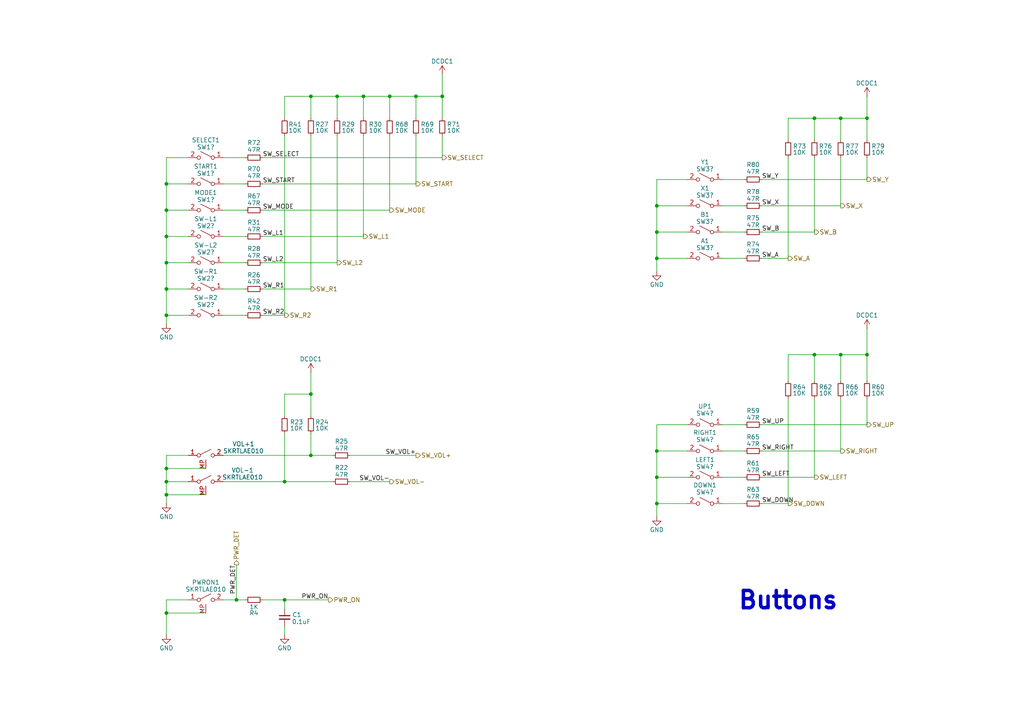
<source format=kicad_sch>
(kicad_sch (version 20231120) (generator "eeschema") (generator_version "8.0")
  (paper "A4")
  (lib_symbols
    (symbol "Device:C_Small" (pin_numbers hide) (pin_names (offset 0.254) hide)
      (property "Reference" "C" (at 0.254 1.778 0))
      (property "Value" "C_Small" (at 0.254 -2.032 0))
      (symbol "C_Small_0_1"
        (polyline (pts (xy -1.524 -0.508) (xy 1.524 -0.508)) (stroke (width 0.3302)))
        (polyline (pts (xy -1.524 0.508) (xy 1.524 0.508)) (stroke (width 0.3048)))
      )
      (symbol "C_Small_1_1"
        (pin passive line (at 0 2.54 270) (length 2.032) (name "~") (number "1"))
        (pin passive line (at 0 -2.54 90) (length 2.032) (name "~") (number "2"))
      )
    )
    (symbol "Device:R_Small" (pin_numbers hide) (pin_names (offset 0.254) hide)
      (property "Reference" "R" (at 0.762 0.508 0))
      (property "Value" "R_Small" (at 0.762 -1.016 0))
      (symbol "R_Small_0_1"
        (rectangle (start -0.762 1.778) (end 0.762 -1.778) (stroke (width 0.2032)))
      )
      (symbol "R_Small_1_1"
        (pin passive line (at 0 2.54 270) (length 0.762) (name "~") (number "1"))
        (pin passive line (at 0 -2.54 90) (length 0.762) (name "~") (number "2"))
      )
    )
    (symbol "MM-Plus-RE:SW_SPST_MP" (pin_names (offset 0) hide)
      (property "Reference" "SW" (at 0 3.175 0))
      (property "Value" "SW_SPST_MP" (at 0 -5.588 0))
      (symbol "SW_SPST_MP_0_0"
        (circle (center -2.032 0) (radius 0.508))
        (polyline (pts (xy -1.524 0.254) (xy 1.524 1.778)))
        (circle (center 2.032 0) (radius 0.508))
      )
      (symbol "SW_SPST_MP_1_1"
        (pin passive line (at -5.08 0 0) (length 2.54) (name "A") (number "1"))
        (pin passive line (at 5.08 0 180) (length 2.54) (name "B") (number "2"))
        (pin passive line (at 0 -3.81 90) (length 2.54) (name "MP") (number "MP"))
      )
    )
    (symbol "Switch:SW_SPST" (pin_names (offset 0) hide)
      (property "Reference" "SW" (at 0 3.175 0))
      (property "Value" "SW_SPST" (at 0 -2.54 0))
      (symbol "SW_SPST_0_0"
        (circle (center -2.032 0) (radius 0.508))
        (polyline (pts (xy -1.524 0.254) (xy 1.524 1.778)))
        (circle (center 2.032 0) (radius 0.508))
      )
      (symbol "SW_SPST_1_1"
        (pin passive line (at -5.08 0 0) (length 2.54) (name "A") (number "1"))
        (pin passive line (at 5.08 0 180) (length 2.54) (name "B") (number "2"))
      )
    )
    (symbol "power:GND" (power) (pin_numbers hide) (pin_names (offset 0) hide)
      (property "Value" "GND" (at 0 -3.81 0))
      (symbol "GND_0_1"
        (polyline (pts (xy 0 0) (xy 0 -1.27) (xy 1.27 -1.27) (xy 0 -2.54) (xy -1.27 -1.27) (xy 0 -1.27)))
      )
      (symbol "GND_1_1"
        (pin power_in line (at 0 0 270) (length 0) (name "~") (number "1"))
      )
    )
    (symbol "power:VCC" (power) (pin_numbers hide) (pin_names (offset 0) hide)
      (property "Value" "VCC" (at 0 3.556 0))
      (symbol "VCC_0_1"
        (polyline (pts (xy -0.762 1.27) (xy 0 2.54)))
        (polyline (pts (xy 0 0) (xy 0 2.54)))
        (polyline (pts (xy 0 2.54) (xy 0.762 1.27)))
      )
      (symbol "VCC_1_1"
        (pin power_in line (at 0 0 90) (length 0) (name "~") (number "1"))
      )
    )
  )
  (junction (at 190.5 59.69))
  (junction (at 190.5 138.43))
  (junction (at 48.26 177.8))
  (junction (at 236.22 102.87))
  (junction (at 48.26 143.51))
  (junction (at 48.26 83.82))
  (junction (at 48.26 91.44))
  (junction (at 48.26 76.2))
  (junction (at 236.22 34.29))
  (junction (at 90.17 132.08))
  (junction (at 190.5 146.05))
  (junction (at 48.26 60.96))
  (junction (at 243.84 102.87))
  (junction (at 190.5 130.81))
  (junction (at 90.17 27.94))
  (junction (at 120.65 27.94))
  (junction (at 48.26 135.89))
  (junction (at 97.79 27.94))
  (junction (at 82.55 139.7))
  (junction (at 48.26 53.34))
  (junction (at 190.5 67.31))
  (junction (at 48.26 139.7))
  (junction (at 90.17 114.3))
  (junction (at 251.46 34.29))
  (junction (at 128.27 27.94))
  (junction (at 190.5 74.93))
  (junction (at 48.26 68.58))
  (junction (at 251.46 102.87))
  (junction (at 113.03 27.94))
  (junction (at 82.55 173.99))
  (junction (at 68.58 173.99))
  (junction (at 105.41 27.94))
  (junction (at 243.84 34.29))
  (wire (pts (xy 236.22 102.87) (xy 228.6 102.87)))
  (wire (pts (xy 128.27 27.94) (xy 128.27 34.29)))
  (wire (pts (xy 48.26 68.58) (xy 48.26 76.2)))
  (wire (pts (xy 220.98 146.05) (xy 228.6 146.05)))
  (wire (pts (xy 190.5 123.19) (xy 190.5 130.81)))
  (wire (pts (xy 76.2 45.72) (xy 128.27 45.72)))
  (wire (pts (xy 48.26 173.99) (xy 48.26 177.8)))
  (wire (pts (xy 76.2 173.99) (xy 82.55 173.99)))
  (wire (pts (xy 48.26 60.96) (xy 54.61 60.96)))
  (wire (pts (xy 68.58 173.99) (xy 71.12 173.99)))
  (wire (pts (xy 97.79 27.94) (xy 105.41 27.94)))
  (wire (pts (xy 64.77 173.99) (xy 68.58 173.99)))
  (wire (pts (xy 71.12 53.34) (xy 64.77 53.34)))
  (wire (pts (xy 64.77 68.58) (xy 71.12 68.58)))
  (wire (pts (xy 64.77 60.96) (xy 71.12 60.96)))
  (wire (pts (xy 90.17 114.3) (xy 90.17 120.65)))
  (wire (pts (xy 48.26 76.2) (xy 54.61 76.2)))
  (wire (pts (xy 48.26 76.2) (xy 48.26 83.82)))
  (wire (pts (xy 228.6 115.57) (xy 228.6 146.05)))
  (wire (pts (xy 76.2 53.34) (xy 120.65 53.34)))
  (wire (pts (xy 251.46 115.57) (xy 251.46 123.19)))
  (wire (pts (xy 82.55 139.7) (xy 96.52 139.7)))
  (wire (pts (xy 90.17 27.94) (xy 90.17 34.29)))
  (wire (pts (xy 54.61 132.08) (xy 48.26 132.08)))
  (wire (pts (xy 251.46 52.07) (xy 220.98 52.07)))
  (wire (pts (xy 228.6 34.29) (xy 236.22 34.29)))
  (wire (pts (xy 48.26 45.72) (xy 48.26 53.34)))
  (wire (pts (xy 113.03 27.94) (xy 113.03 34.29)))
  (wire (pts (xy 90.17 132.08) (xy 96.52 132.08)))
  (wire (pts (xy 236.22 34.29) (xy 243.84 34.29)))
  (wire (pts (xy 236.22 102.87) (xy 236.22 110.49)))
  (wire (pts (xy 48.26 91.44) (xy 54.61 91.44)))
  (wire (pts (xy 243.84 34.29) (xy 243.84 40.64)))
  (wire (pts (xy 48.26 139.7) (xy 54.61 139.7)))
  (wire (pts (xy 243.84 130.81) (xy 220.98 130.81)))
  (wire (pts (xy 54.61 68.58) (xy 48.26 68.58)))
  (wire (pts (xy 190.5 138.43) (xy 190.5 146.05)))
  (wire (pts (xy 190.5 74.93) (xy 190.5 67.31)))
  (wire (pts (xy 243.84 102.87) (xy 251.46 102.87)))
  (wire (pts (xy 48.26 135.89) (xy 59.69 135.89)))
  (wire (pts (xy 82.55 34.29) (xy 82.55 27.94)))
  (wire (pts (xy 209.55 146.05) (xy 215.9 146.05)))
  (wire (pts (xy 220.98 138.43) (xy 236.22 138.43)))
  (wire (pts (xy 82.55 181.61) (xy 82.55 184.15)))
  (wire (pts (xy 243.84 102.87) (xy 243.84 110.49)))
  (wire (pts (xy 90.17 125.73) (xy 90.17 132.08)))
  (wire (pts (xy 190.5 59.69) (xy 190.5 67.31)))
  (wire (pts (xy 48.26 143.51) (xy 48.26 146.05)))
  (wire (pts (xy 190.5 67.31) (xy 199.39 67.31)))
  (wire (pts (xy 48.26 83.82) (xy 54.61 83.82)))
  (wire (pts (xy 128.27 27.94) (xy 120.65 27.94)))
  (wire (pts (xy 209.55 123.19) (xy 215.9 123.19)))
  (wire (pts (xy 82.55 27.94) (xy 90.17 27.94)))
  (wire (pts (xy 215.9 74.93) (xy 209.55 74.93)))
  (wire (pts (xy 71.12 45.72) (xy 64.77 45.72)))
  (wire (pts (xy 236.22 34.29) (xy 236.22 40.64)))
  (wire (pts (xy 228.6 40.64) (xy 228.6 34.29)))
  (wire (pts (xy 120.65 53.34) (xy 120.65 39.37)))
  (wire (pts (xy 199.39 52.07) (xy 190.5 52.07)))
  (wire (pts (xy 64.77 83.82) (xy 71.12 83.82)))
  (wire (pts (xy 48.26 132.08) (xy 48.26 135.89)))
  (wire (pts (xy 48.26 60.96) (xy 48.26 68.58)))
  (wire (pts (xy 76.2 68.58) (xy 105.41 68.58)))
  (wire (pts (xy 228.6 74.93) (xy 220.98 74.93)))
  (wire (pts (xy 90.17 107.95) (xy 90.17 114.3)))
  (wire (pts (xy 105.41 27.94) (xy 105.41 34.29)))
  (wire (pts (xy 64.77 139.7) (xy 82.55 139.7)))
  (wire (pts (xy 90.17 39.37) (xy 90.17 83.82)))
  (wire (pts (xy 82.55 173.99) (xy 82.55 176.53)))
  (wire (pts (xy 251.46 102.87) (xy 251.46 110.49)))
  (wire (pts (xy 113.03 39.37) (xy 113.03 60.96)))
  (wire (pts (xy 215.9 59.69) (xy 209.55 59.69)))
  (wire (pts (xy 251.46 34.29) (xy 251.46 40.64)))
  (wire (pts (xy 236.22 67.31) (xy 220.98 67.31)))
  (wire (pts (xy 82.55 39.37) (xy 82.55 91.44)))
  (wire (pts (xy 209.55 130.81) (xy 215.9 130.81)))
  (wire (pts (xy 48.26 83.82) (xy 48.26 91.44)))
  (wire (pts (xy 190.5 78.74) (xy 190.5 74.93)))
  (wire (pts (xy 76.2 60.96) (xy 113.03 60.96)))
  (wire (pts (xy 54.61 45.72) (xy 48.26 45.72)))
  (wire (pts (xy 243.84 59.69) (xy 220.98 59.69)))
  (wire (pts (xy 113.03 27.94) (xy 105.41 27.94)))
  (wire (pts (xy 82.55 114.3) (xy 90.17 114.3)))
  (wire (pts (xy 48.26 143.51) (xy 59.69 143.51)))
  (wire (pts (xy 190.5 130.81) (xy 190.5 138.43)))
  (wire (pts (xy 97.79 34.29) (xy 97.79 27.94)))
  (wire (pts (xy 251.46 45.72) (xy 251.46 52.07)))
  (wire (pts (xy 199.39 123.19) (xy 190.5 123.19)))
  (wire (pts (xy 228.6 102.87) (xy 228.6 110.49)))
  (wire (pts (xy 97.79 76.2) (xy 76.2 76.2)))
  (wire (pts (xy 243.84 115.57) (xy 243.84 130.81)))
  (wire (pts (xy 48.26 91.44) (xy 48.26 93.98)))
  (wire (pts (xy 48.26 53.34) (xy 48.26 60.96)))
  (wire (pts (xy 76.2 91.44) (xy 82.55 91.44)))
  (wire (pts (xy 120.65 27.94) (xy 120.65 34.29)))
  (wire (pts (xy 105.41 39.37) (xy 105.41 68.58)))
  (wire (pts (xy 120.65 27.94) (xy 113.03 27.94)))
  (wire (pts (xy 64.77 91.44) (xy 71.12 91.44)))
  (wire (pts (xy 128.27 45.72) (xy 128.27 39.37)))
  (wire (pts (xy 228.6 45.72) (xy 228.6 74.93)))
  (wire (pts (xy 48.26 139.7) (xy 48.26 143.51)))
  (wire (pts (xy 101.6 132.08) (xy 120.65 132.08)))
  (wire (pts (xy 199.39 59.69) (xy 190.5 59.69)))
  (wire (pts (xy 251.46 27.94) (xy 251.46 34.29)))
  (wire (pts (xy 97.79 39.37) (xy 97.79 76.2)))
  (wire (pts (xy 54.61 53.34) (xy 48.26 53.34)))
  (wire (pts (xy 209.55 52.07) (xy 215.9 52.07)))
  (wire (pts (xy 128.27 21.59) (xy 128.27 27.94)))
  (wire (pts (xy 190.5 138.43) (xy 199.39 138.43)))
  (wire (pts (xy 64.77 76.2) (xy 71.12 76.2)))
  (wire (pts (xy 190.5 130.81) (xy 199.39 130.81)))
  (wire (pts (xy 48.26 177.8) (xy 48.26 184.15)))
  (wire (pts (xy 243.84 45.72) (xy 243.84 59.69)))
  (wire (pts (xy 209.55 138.43) (xy 215.9 138.43)))
  (wire (pts (xy 101.6 139.7) (xy 113.03 139.7)))
  (wire (pts (xy 64.77 132.08) (xy 90.17 132.08)))
  (wire (pts (xy 209.55 67.31) (xy 215.9 67.31)))
  (wire (pts (xy 68.58 163.83) (xy 68.58 173.99)))
  (wire (pts (xy 243.84 34.29) (xy 251.46 34.29)))
  (wire (pts (xy 48.26 177.8) (xy 59.69 177.8)))
  (wire (pts (xy 54.61 173.99) (xy 48.26 173.99)))
  (wire (pts (xy 97.79 27.94) (xy 90.17 27.94)))
  (wire (pts (xy 82.55 173.99) (xy 95.25 173.99)))
  (wire (pts (xy 236.22 102.87) (xy 243.84 102.87)))
  (wire (pts (xy 190.5 146.05) (xy 190.5 149.86)))
  (wire (pts (xy 190.5 146.05) (xy 199.39 146.05)))
  (wire (pts (xy 190.5 52.07) (xy 190.5 59.69)))
  (wire (pts (xy 251.46 95.25) (xy 251.46 102.87)))
  (wire (pts (xy 90.17 83.82) (xy 76.2 83.82)))
  (wire (pts (xy 236.22 45.72) (xy 236.22 67.31)))
  (wire (pts (xy 190.5 74.93) (xy 199.39 74.93)))
  (wire (pts (xy 236.22 115.57) (xy 236.22 138.43)))
  (wire (pts (xy 82.55 139.7) (xy 82.55 125.73)))
  (wire (pts (xy 251.46 123.19) (xy 220.98 123.19)))
  (wire (pts (xy 48.26 135.89) (xy 48.26 139.7)))
  (wire (pts (xy 82.55 114.3) (xy 82.55 120.65)))
  (text "Buttons" (at 228.6 174.244 0) (effects (font (size 5 5) (thickness 1) (bold yes))))
  (label "SW_DOWN" (at 220.98 146.05 0))
  (label "SW_MODE" (at 76.2 60.96 0))
  (label "SW_LEFT" (at 220.98 138.43 0))
  (label "SW_X" (at 220.98 59.69 0))
  (label "SW_L1" (at 76.2 68.58 0))
  (label "SW_R1" (at 76.2 83.82 0))
  (label "SW_B" (at 220.98 67.31 0))
  (label "SW_L2" (at 76.2 76.2 0))
  (label "SW_R2" (at 76.2 91.44 0))
  (label "SW_SELECT" (at 76.2 45.72 0))
  (label "SW_RIGHT" (at 220.98 130.81 0))
  (label "SW_A" (at 220.98 74.93 0))
  (label "PWR_DET" (at 68.58 163.83 270))
  (label "SW_VOL-" (at 113.03 139.7 180))
  (label "PWR_ON" (at 95.25 173.99 180))
  (label "SW_Y" (at 220.98 52.07 0))
  (label "SW_VOL+" (at 120.65 132.08 180))
  (label "SW_START" (at 76.2 53.34 0))
  (label "SW_UP" (at 220.98 123.19 0))
  (hierarchical_label "PWR_DET" (shape output) (at 68.58 163.83 90))
  (hierarchical_label "SW_SELECT" (shape output) (at 128.27 45.72 0))
  (hierarchical_label "SW_R1" (shape output) (at 90.17 83.82 0))
  (hierarchical_label "SW_LEFT" (shape output) (at 236.22 138.43 0))
  (hierarchical_label "SW_Y" (shape output) (at 251.46 52.07 0))
  (hierarchical_label "SW_VOL+" (shape output) (at 120.65 132.08 0))
  (hierarchical_label "SW_RIGHT" (shape output) (at 243.84 130.81 0))
  (hierarchical_label "SW_A" (shape output) (at 228.6 74.93 0))
  (hierarchical_label "SW_VOL-" (shape output) (at 113.03 139.7 0))
  (hierarchical_label "SW_L1" (shape output) (at 105.41 68.58 0))
  (hierarchical_label "SW_L2" (shape output) (at 97.79 76.2 0))
  (hierarchical_label "SW_DOWN" (shape output) (at 228.6 146.05 0))
  (hierarchical_label "SW_UP" (shape output) (at 251.46 123.19 0))
  (hierarchical_label "SW_R2" (shape output) (at 82.55 91.44 0))
  (hierarchical_label "SW_X" (shape output) (at 243.84 59.69 0))
  (hierarchical_label "PWR_ON" (shape output) (at 95.25 173.99 0))
  (hierarchical_label "SW_START" (shape output) (at 120.65 53.34 0))
  (hierarchical_label "SW_MODE" (shape output) (at 113.03 60.96 0))
  (hierarchical_label "SW_B" (shape output) (at 236.22 67.31 0))
  (symbol (lib_id "power:VCC") (at 251.46 27.94 0) (unit 1)
    (property "Reference" "#PWR026" (effects (hide yes)))
    (property "Value" "DCDC1" (at 251.46 24.13 0))
    (property "Description" "Power symbol creates a global label with name \"VCC\"" (effects (hide yes)))
  )
  (symbol (lib_id "power:GND") (at 48.26 146.05 0) (unit 1)
    (property "Reference" "#PWR087" (effects (hide yes)))
    (property "Value" "GND" (at 48.26 149.86 0))
    (property "Description" "Power symbol creates a global label with name \"GND\" , ground" (effects (hide yes)))
  )
  (symbol (lib_id "Device:R_Small") (at 243.84 43.18 0) (mirror x) (unit 1)
    (property "Reference" "R77" (at 247.142 42.418 0))
    (property "Value" "10K" (at 247.142 44.196 0))
    (property "Footprint" "Resistor_SMD:R_0402_1005Metric" (effects (hide yes)))
  )
  (symbol (lib_id "Device:R_Small") (at 73.66 91.44 270) (mirror x) (unit 1)
    (property "Reference" "R42" (at 73.66 87.376 90))
    (property "Value" "47R" (at 73.66 89.408 90))
    (property "Footprint" "Resistor_SMD:R_0402_1005Metric" (effects (hide yes)))
  )
  (symbol (lib_id "Switch:SW_SPST") (at 59.69 60.96 0) (mirror y) (unit 1)
    (property "Reference" "MODE1" (at 59.69 55.88 0))
    (property "Value" "SW1?" (at 59.69 57.912 0))
    (property "Footprint" "Button_Switch_SMD:SW_Push_1P1T_XKB_TS-1187A" (effects (hide yes)))
  )
  (symbol (lib_id "power:GND") (at 82.55 184.15 0) (unit 1)
    (property "Reference" "#PWR030" (effects (hide yes)))
    (property "Value" "GND" (at 82.55 187.96 0))
    (property "Description" "Power symbol creates a global label with name \"GND\" , ground" (effects (hide yes)))
  )
  (symbol (lib_id "Device:R_Small") (at 73.66 53.34 270) (mirror x) (unit 1)
    (property "Reference" "R70" (at 73.66 49.022 90))
    (property "Value" "47R" (at 73.66 51.054 90))
    (property "Footprint" "Resistor_SMD:R_0402_1005Metric" (effects (hide yes)))
  )
  (symbol (lib_id "Device:R_Small") (at 120.65 36.83 180) (unit 1)
    (property "Reference" "R69" (at 123.952 36.068 0))
    (property "Value" "10K" (at 123.952 37.846 0))
    (property "Footprint" "Resistor_SMD:R_0402_1005Metric" (effects (hide yes)))
  )
  (symbol (lib_id "Device:R_Small") (at 113.03 36.83 180) (unit 1)
    (property "Reference" "R68" (at 114.554 36.068 0) (effects (justify right)))
    (property "Value" "10K" (at 114.554 37.846 0) (effects (justify right)))
    (property "Footprint" "Resistor_SMD:R_0402_1005Metric" (effects (hide yes)))
  )
  (symbol (lib_id "Device:R_Small") (at 218.44 59.69 270) (mirror x) (unit 1)
    (property "Reference" "R78" (at 218.44 55.626 90))
    (property "Value" "47R" (at 218.44 57.658 90))
    (property "Footprint" "Resistor_SMD:R_0402_1005Metric" (effects (hide yes)))
  )
  (symbol (lib_id "Device:R_Small") (at 236.22 113.03 180) (unit 1)
    (property "Reference" "R62" (at 237.49 112.268 0) (effects (justify right)))
    (property "Value" "10K" (at 237.49 114.046 0) (effects (justify right)))
    (property "Footprint" "Resistor_SMD:R_0402_1005Metric" (effects (hide yes)))
  )
  (symbol (lib_id "power:VCC") (at 251.46 95.25 0) (unit 1)
    (property "Reference" "#PWR051" (effects (hide yes)))
    (property "Value" "DCDC1" (at 251.46 91.44 0))
    (property "Description" "Power symbol creates a global label with name \"VCC\"" (effects (hide yes)))
  )
  (symbol (lib_id "MM-Plus-RE:SW_SPST_MP") (at 59.69 139.7 0) (unit 1)
    (property "Reference" "VOL-1" (at 70.358 136.398 0))
    (property "Value" "SKRTLAE010" (at 70.358 138.43 0))
    (property "Footprint" "Button_Switch_SMD:SW_Push_1P1T-MP_NO_Horizontal_Alps_SKRTLAE010" (effects (hide yes)))
    (property "Description" "Single Pole Single Throw (SPST) switch" (effects (hide yes)))
  )
  (symbol (lib_id "Device:R_Small") (at 73.66 83.82 270) (unit 1)
    (property "Reference" "R26" (at 73.66 79.756 90))
    (property "Value" "47R" (at 73.66 81.788 90))
    (property "Footprint" "Resistor_SMD:R_0402_1005Metric" (effects (hide yes)))
  )
  (symbol (lib_id "Switch:SW_SPST") (at 59.69 83.82 0) (mirror y) (unit 1)
    (property "Reference" "SW-R1" (at 59.69 78.74 0))
    (property "Value" "SW2?" (at 59.69 80.772 0))
    (property "Footprint" "Button_Switch_SMD:SW_Push_1P1T_NO_6x6mm_H9.5mm" (effects (hide yes)))
  )
  (symbol (lib_id "Switch:SW_SPST") (at 204.47 52.07 0) (mirror y) (unit 1)
    (property "Reference" "Y1" (at 204.47 46.99 0))
    (property "Value" "SW3?" (at 204.47 49.022 0))
    (property "Footprint" "MM-Plus-RE:ABXY-Button" (effects (hide yes)))
    (property "Datasheet" "Single Pole Single Throw (SPST) switch" (effects (hide yes)))
    (property "Description" "Single Pole Single Throw (SPST) switch" (effects (hide yes)))
  )
  (symbol (lib_id "power:VCC") (at 128.27 21.59 0) (unit 1)
    (property "Reference" "#PWR017" (effects (hide yes)))
    (property "Value" "DCDC1" (at 128.27 17.78 0))
    (property "Description" "Power symbol creates a global label with name \"VCC\"" (effects (hide yes)))
  )
  (symbol (lib_id "power:GND") (at 48.26 93.98 0) (unit 1)
    (property "Reference" "#PWR01" (effects (hide yes)))
    (property "Value" "GND" (at 48.26 97.79 0))
    (property "Description" "Power symbol creates a global label with name \"GND\" , ground" (effects (hide yes)))
  )
  (symbol (lib_id "Device:R_Small") (at 228.6 113.03 180) (unit 1)
    (property "Reference" "R64" (at 229.87 112.268 0) (effects (justify right)))
    (property "Value" "10K" (at 229.87 114.046 0) (effects (justify right)))
    (property "Footprint" "Resistor_SMD:R_0402_1005Metric" (effects (hide yes)))
  )
  (symbol (lib_id "Device:R_Small") (at 243.84 113.03 180) (unit 1)
    (property "Reference" "R66" (at 245.11 112.268 0) (effects (justify right)))
    (property "Value" "10K" (at 245.11 114.046 0) (effects (justify right)))
    (property "Footprint" "Resistor_SMD:R_0402_1005Metric" (effects (hide yes)))
  )
  (symbol (lib_id "Device:R_Small") (at 90.17 36.83 180) (unit 1)
    (property "Reference" "R27" (at 91.44 36.068 0) (effects (justify right)))
    (property "Value" "10K" (at 91.44 37.846 0) (effects (justify right)))
    (property "Footprint" "Resistor_SMD:R_0402_1005Metric" (effects (hide yes)))
  )
  (symbol (lib_id "Switch:SW_SPST") (at 59.69 45.72 0) (mirror y) (unit 1)
    (property "Reference" "SELECT1" (at 59.69 40.64 0))
    (property "Value" "SW1?" (at 59.69 42.672 0))
    (property "Footprint" "Button_Switch_SMD:SW_Push_1P1T_XKB_TS-1187A" (effects (hide yes)))
  )
  (symbol (lib_id "Switch:SW_SPST") (at 59.69 91.44 0) (mirror y) (unit 1)
    (property "Reference" "SW-R2" (at 59.69 86.36 0))
    (property "Value" "SW2?" (at 59.69 88.392 0))
    (property "Footprint" "Button_Switch_SMD:SW_Push_1P1T_NO_6x6mm_H9.5mm" (effects (hide yes)))
  )
  (symbol (lib_id "Switch:SW_SPST") (at 204.47 59.69 0) (mirror y) (unit 1)
    (property "Reference" "X1" (at 204.47 54.61 0))
    (property "Value" "SW3?" (at 204.47 56.642 0))
    (property "Footprint" "MM-Plus-RE:ABXY-Button" (effects (hide yes)))
  )
  (symbol (lib_id "Device:R_Small") (at 218.44 74.93 270) (mirror x) (unit 1)
    (property "Reference" "R74" (at 218.44 70.866 90))
    (property "Value" "47R" (at 218.44 72.898 90))
    (property "Footprint" "Resistor_SMD:R_0402_1005Metric" (effects (hide yes)))
  )
  (symbol (lib_id "Device:R_Small") (at 251.46 43.18 180) (unit 1)
    (property "Reference" "R79" (at 252.73 42.418 0) (effects (justify right)))
    (property "Value" "10K" (at 252.73 44.196 0) (effects (justify right)))
    (property "Footprint" "Resistor_SMD:R_0402_1005Metric" (effects (hide yes)))
  )
  (symbol (lib_id "Device:R_Small") (at 218.44 67.31 270) (mirror x) (unit 1)
    (property "Reference" "R75" (at 218.44 63.246 90))
    (property "Value" "47R" (at 218.44 65.278 90))
    (property "Footprint" "Resistor_SMD:R_0402_1005Metric" (effects (hide yes)))
  )
  (symbol (lib_id "power:VCC") (at 90.17 107.95 0) (unit 1)
    (property "Reference" "#PWR089" (effects (hide yes)))
    (property "Value" "DCDC1" (at 90.17 104.14 0))
    (property "Description" "Power symbol creates a global label with name \"VCC\"" (effects (hide yes)))
  )
  (symbol (lib_id "Device:R_Small") (at 90.17 123.19 0) (mirror x) (unit 1)
    (property "Reference" "R24" (at 91.44 122.428 0) (effects (justify left)))
    (property "Value" "10K" (at 91.44 124.206 0) (effects (justify left)))
    (property "Footprint" "Resistor_SMD:R_0402_1005Metric" (effects (hide yes)))
  )
  (symbol (lib_id "Switch:SW_SPST") (at 204.47 146.05 0) (mirror y) (unit 1)
    (property "Reference" "DOWN1" (at 204.47 140.716 0))
    (property "Value" "SW4?" (at 204.47 142.748 0))
    (property "Footprint" "MM-Plus-RE:DPAD-Button1" (effects (hide yes)))
    (property "Datasheet" "Single Pole Single Throw (SPST) switch" (effects (hide yes)))
    (property "Description" "Single Pole Single Throw (SPST) switch" (effects (hide yes)))
  )
  (symbol (lib_id "Switch:SW_SPST") (at 204.47 138.43 0) (mirror y) (unit 1)
    (property "Reference" "LEFT1" (at 204.47 133.35 0))
    (property "Value" "SW4?" (at 204.47 135.382 0))
    (property "Footprint" "MM-Plus-RE:DPAD-Button2" (effects (hide yes)))
    (property "Datasheet" "Single Pole Single Throw (SPST) switch" (effects (hide yes)))
    (property "Description" "Single Pole Single Throw (SPST) switch" (effects (hide yes)))
  )
  (symbol (lib_id "Device:R_Small") (at 218.44 52.07 270) (mirror x) (unit 1)
    (property "Reference" "R80" (at 218.44 47.752 90))
    (property "Value" "47R" (at 218.44 49.784 90))
    (property "Footprint" "Resistor_SMD:R_0402_1005Metric" (effects (hide yes)))
  )
  (symbol (lib_id "Switch:SW_SPST") (at 59.69 53.34 0) (mirror y) (unit 1)
    (property "Reference" "START1" (at 59.69 48.26 0))
    (property "Value" "SW1?" (at 59.69 50.292 0))
    (property "Footprint" "Button_Switch_SMD:SW_Push_1P1T_XKB_TS-1187A" (effects (hide yes)))
  )
  (symbol (lib_id "Device:R_Small") (at 236.22 43.18 180) (unit 1)
    (property "Reference" "R76" (at 237.49 42.418 0) (effects (justify right)))
    (property "Value" "10K" (at 237.49 44.196 0) (effects (justify right)))
    (property "Footprint" "Resistor_SMD:R_0402_1005Metric" (effects (hide yes)))
  )
  (symbol (lib_id "Device:R_Small") (at 73.66 76.2 270) (unit 1)
    (property "Reference" "R28" (at 73.66 72.136 90))
    (property "Value" "47R" (at 73.66 74.168 90))
    (property "Footprint" "Resistor_SMD:R_0402_1005Metric" (effects (hide yes)))
  )
  (symbol (lib_id "Switch:SW_SPST") (at 204.47 130.81 0) (mirror y) (unit 1)
    (property "Reference" "RIGHT1" (at 204.47 125.476 0))
    (property "Value" "SW4?" (at 204.47 127.508 0))
    (property "Footprint" "MM-Plus-RE:DPAD-Button2" (effects (hide yes)))
    (property "Datasheet" "Single Pole Single Throw (SPST) switch" (effects (hide yes)))
    (property "Description" "Single Pole Single Throw (SPST) switch" (effects (hide yes)))
  )
  (symbol (lib_id "Device:R_Small") (at 218.44 123.19 270) (mirror x) (unit 1)
    (property "Reference" "R59" (at 218.44 119.126 90))
    (property "Value" "47R" (at 218.44 121.158 90))
    (property "Footprint" "Resistor_SMD:R_0402_1005Metric" (effects (hide yes)))
  )
  (symbol (lib_id "power:GND") (at 48.26 184.15 0) (unit 1)
    (property "Reference" "#PWR028" (effects (hide yes)))
    (property "Value" "GND" (at 48.26 187.96 0))
    (property "Description" "Power symbol creates a global label with name \"GND\" , ground" (effects (hide yes)))
  )
  (symbol (lib_id "Device:R_Small") (at 73.66 173.99 270) (unit 1)
    (property "Reference" "R4" (at 73.66 177.8 90))
    (property "Value" "1K" (at 73.66 176.022 90))
    (property "Footprint" "Resistor_SMD:R_0402_1005Metric" (effects (hide yes)))
  )
  (symbol (lib_id "power:GND") (at 190.5 78.74 0) (unit 1)
    (property "Reference" "#PWR018" (effects (hide yes)))
    (property "Value" "GND" (at 190.5 82.55 0))
    (property "Description" "Power symbol creates a global label with name \"GND\" , ground" (effects (hide yes)))
  )
  (symbol (lib_id "Device:R_Small") (at 218.44 146.05 270) (mirror x) (unit 1)
    (property "Reference" "R63" (at 218.44 141.986 90))
    (property "Value" "47R" (at 218.44 144.018 90))
    (property "Footprint" "Resistor_SMD:R_0402_1005Metric" (effects (hide yes)))
  )
  (symbol (lib_id "Device:R_Small") (at 105.41 36.83 180) (unit 1)
    (property "Reference" "R30" (at 106.934 36.068 0) (effects (justify right)))
    (property "Value" "10K" (at 106.934 37.846 0) (effects (justify right)))
    (property "Footprint" "Resistor_SMD:R_0402_1005Metric" (effects (hide yes)))
  )
  (symbol (lib_id "power:GND") (at 190.5 149.86 0) (unit 1)
    (property "Reference" "#PWR050" (effects (hide yes)))
    (property "Value" "GND" (at 190.5 153.67 0))
    (property "Description" "Power symbol creates a global label with name \"GND\" , ground" (effects (hide yes)))
  )
  (symbol (lib_id "Device:C_Small") (at 82.55 179.07 0) (unit 1)
    (property "Reference" "C1" (at 86.106 178.308 0))
    (property "Value" "0.1uF" (at 87.376 180.34 0))
    (property "Footprint" "Capacitor_SMD:C_0402_1005Metric" (effects (hide yes)))
  )
  (symbol (lib_id "Switch:SW_SPST") (at 204.47 123.19 0) (mirror y) (unit 1)
    (property "Reference" "UP1" (at 204.47 117.856 0))
    (property "Value" "SW4?" (at 204.47 119.888 0))
    (property "Footprint" "MM-Plus-RE:DPAD-Button1" (effects (hide yes)))
  )
  (symbol (lib_id "Device:R_Small") (at 218.44 138.43 270) (mirror x) (unit 1)
    (property "Reference" "R61" (at 218.44 134.366 90))
    (property "Value" "47R" (at 218.44 136.398 90))
    (property "Footprint" "Resistor_SMD:R_0402_1005Metric" (effects (hide yes)))
  )
  (symbol (lib_id "Device:R_Small") (at 218.44 130.81 270) (mirror x) (unit 1)
    (property "Reference" "R65" (at 218.44 126.746 90))
    (property "Value" "47R" (at 218.44 128.778 90))
    (property "Footprint" "Resistor_SMD:R_0402_1005Metric" (effects (hide yes)))
  )
  (symbol (lib_id "Device:R_Small") (at 73.66 45.72 270) (mirror x) (unit 1)
    (property "Reference" "R72" (at 73.66 41.402 90))
    (property "Value" "47R" (at 73.66 43.434 90))
    (property "Footprint" "Resistor_SMD:R_0402_1005Metric" (effects (hide yes)))
  )
  (symbol (lib_id "Device:R_Small") (at 251.46 113.03 180) (unit 1)
    (property "Reference" "R60" (at 252.73 112.268 0) (effects (justify right)))
    (property "Value" "10K" (at 252.73 114.046 0) (effects (justify right)))
    (property "Footprint" "Resistor_SMD:R_0402_1005Metric" (effects (hide yes)))
  )
  (symbol (lib_id "Switch:SW_SPST") (at 59.69 68.58 0) (mirror y) (unit 1)
    (property "Reference" "SW-L1" (at 59.69 63.5 0))
    (property "Value" "SW2?" (at 59.69 65.532 0))
    (property "Footprint" "Button_Switch_SMD:SW_Push_1P1T_NO_6x6mm_H9.5mm" (effects (hide yes)))
  )
  (symbol (lib_id "Switch:SW_SPST") (at 59.69 76.2 0) (mirror y) (unit 1)
    (property "Reference" "SW-L2" (at 59.69 71.12 0))
    (property "Value" "SW2?" (at 59.69 73.152 0))
    (property "Footprint" "Button_Switch_SMD:SW_Push_1P1T_NO_6x6mm_H9.5mm" (effects (hide yes)))
  )
  (symbol (lib_id "Device:R_Small") (at 97.79 36.83 180) (unit 1)
    (property "Reference" "R29" (at 99.06 36.068 0) (effects (justify right)))
    (property "Value" "10K" (at 99.06 37.846 0) (effects (justify right)))
    (property "Footprint" "Resistor_SMD:R_0402_1005Metric" (effects (hide yes)))
  )
  (symbol (lib_id "MM-Plus-RE:SW_SPST_MP") (at 59.69 132.08 0) (unit 1)
    (property "Reference" "VOL+1" (at 70.612 128.778 0))
    (property "Value" "SKRTLAE010" (at 70.612 130.81 0))
    (property "Footprint" "Button_Switch_SMD:SW_Push_1P1T-MP_NO_Horizontal_Alps_SKRTLAE010" (effects (hide yes)))
    (property "Description" "Single Pole Single Throw (SPST) switch" (effects (hide yes)))
  )
  (symbol (lib_id "Device:R_Small") (at 82.55 36.83 0) (mirror x) (unit 1)
    (property "Reference" "R41" (at 85.598 36.068 0))
    (property "Value" "10K" (at 85.598 37.846 0))
    (property "Footprint" "Resistor_SMD:R_0402_1005Metric" (effects (hide yes)))
  )
  (symbol (lib_id "Switch:SW_SPST") (at 204.47 67.31 0) (mirror y) (unit 1)
    (property "Reference" "B1" (at 204.47 62.23 0))
    (property "Value" "SW3?" (at 204.47 64.262 0))
    (property "Footprint" "MM-Plus-RE:ABXY-Button" (effects (hide yes)))
    (property "Datasheet" "Single Pole Single Throw (SPST) switch" (effects (hide yes)))
    (property "Description" "Single Pole Single Throw (SPST) switch" (effects (hide yes)))
  )
  (symbol (lib_id "Device:R_Small") (at 99.06 139.7 90) (unit 1)
    (property "Reference" "R22" (at 99.06 135.636 90))
    (property "Value" "47R" (at 99.06 137.668 90))
    (property "Footprint" "Resistor_SMD:R_0402_1005Metric" (effects (hide yes)))
  )
  (symbol (lib_id "Switch:SW_SPST") (at 204.47 74.93 0) (mirror y) (unit 1)
    (property "Reference" "A1" (at 204.47 69.85 0))
    (property "Value" "SW3?" (at 204.47 71.882 0))
    (property "Footprint" "MM-Plus-RE:ABXY-Button" (effects (hide yes)))
    (property "Datasheet" "Single Pole Single Throw (SPST) switch" (effects (hide yes)))
    (property "Description" "Single Pole Single Throw (SPST) switch" (effects (hide yes)))
  )
  (symbol (lib_id "Device:R_Small") (at 128.27 36.83 0) (mirror x) (unit 1)
    (property "Reference" "R71" (at 131.572 36.068 0))
    (property "Value" "10K" (at 131.572 37.846 0))
    (property "Footprint" "Resistor_SMD:R_0402_1005Metric" (effects (hide yes)))
  )
  (symbol (lib_id "Device:R_Small") (at 82.55 123.19 180) (unit 1)
    (property "Reference" "R23" (at 84.074 122.428 0) (effects (justify right)))
    (property "Value" "10K" (at 84.074 124.206 0) (effects (justify right)))
    (property "Footprint" "Resistor_SMD:R_0402_1005Metric" (effects (hide yes)))
  )
  (symbol (lib_id "Device:R_Small") (at 73.66 68.58 270) (unit 1)
    (property "Reference" "R31" (at 73.66 64.516 90))
    (property "Value" "47R" (at 73.66 66.548 90))
    (property "Footprint" "Resistor_SMD:R_0402_1005Metric" (effects (hide yes)))
  )
  (symbol (lib_id "Device:R_Small") (at 99.06 132.08 90) (unit 1)
    (property "Reference" "R25" (at 99.06 128.016 90))
    (property "Value" "47R" (at 99.06 130.048 90))
    (property "Footprint" "Resistor_SMD:R_0402_1005Metric" (effects (hide yes)))
  )
  (symbol (lib_id "MM-Plus-RE:SW_SPST_MP") (at 59.69 173.99 0) (unit 1)
    (property "Reference" "PWRON1" (at 59.69 168.91 0))
    (property "Value" "SKRTLAE010" (at 59.69 170.942 0))
    (property "Footprint" "Button_Switch_SMD:SW_Push_1P1T-MP_NO_Horizontal_Alps_SKRTLAE010" (effects (hide yes)))
    (property "Description" "Single Pole Single Throw (SPST) switch" (effects (hide yes)))
  )
  (symbol (lib_id "Device:R_Small") (at 228.6 43.18 180) (unit 1)
    (property "Reference" "R73" (at 231.902 42.418 0))
    (property "Value" "10K" (at 231.902 44.196 0))
    (property "Footprint" "Resistor_SMD:R_0402_1005Metric" (effects (hide yes)))
  )
  (symbol (lib_id "Device:R_Small") (at 73.66 60.96 270) (unit 1)
    (property "Reference" "R67" (at 73.66 56.896 90))
    (property "Value" "47R" (at 73.66 58.928 90))
    (property "Footprint" "Resistor_SMD:R_0402_1005Metric" (effects (hide yes)))
  )
)
</source>
